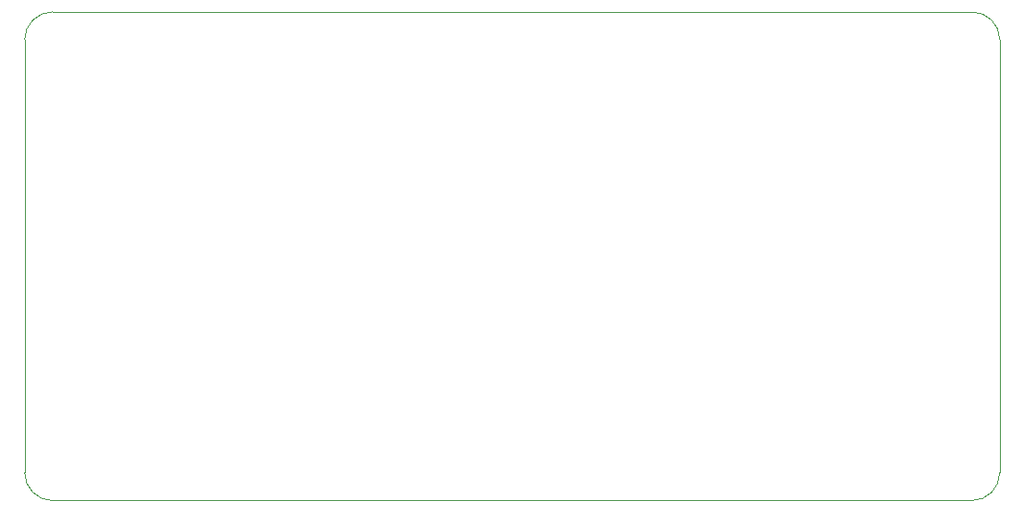
<source format=gm1>
G04*
G04 #@! TF.GenerationSoftware,Altium Limited,CircuitMaker,2.3.0 (3)*
G04*
G04 Layer_Color=16740166*
%FSLAX25Y25*%
%MOIN*%
G70*
G04*
G04 #@! TF.SameCoordinates,2CB11315-EA6C-4568-8D24-B69FFBB62024*
G04*
G04*
G04 #@! TF.FilePolarity,Positive*
G04*
G01*
G75*
%ADD40C,0.00197*%
D40*
X100000Y110000D02*
G03*
X110000Y100000I10000J0D01*
G01*
Y276181D02*
G03*
X100000Y266181I0J-10000D01*
G01*
X451378D02*
G03*
X441378Y276181I-10000J0D01*
G01*
Y100000D02*
G03*
X451378Y110000I0J10000D01*
G01*
X180709Y100000D02*
X441378D01*
X110000D02*
X180709D01*
X100000Y110000D02*
Y266181D01*
X110000Y276181D02*
X441378D01*
X451378Y110000D02*
Y266181D01*
M02*

</source>
